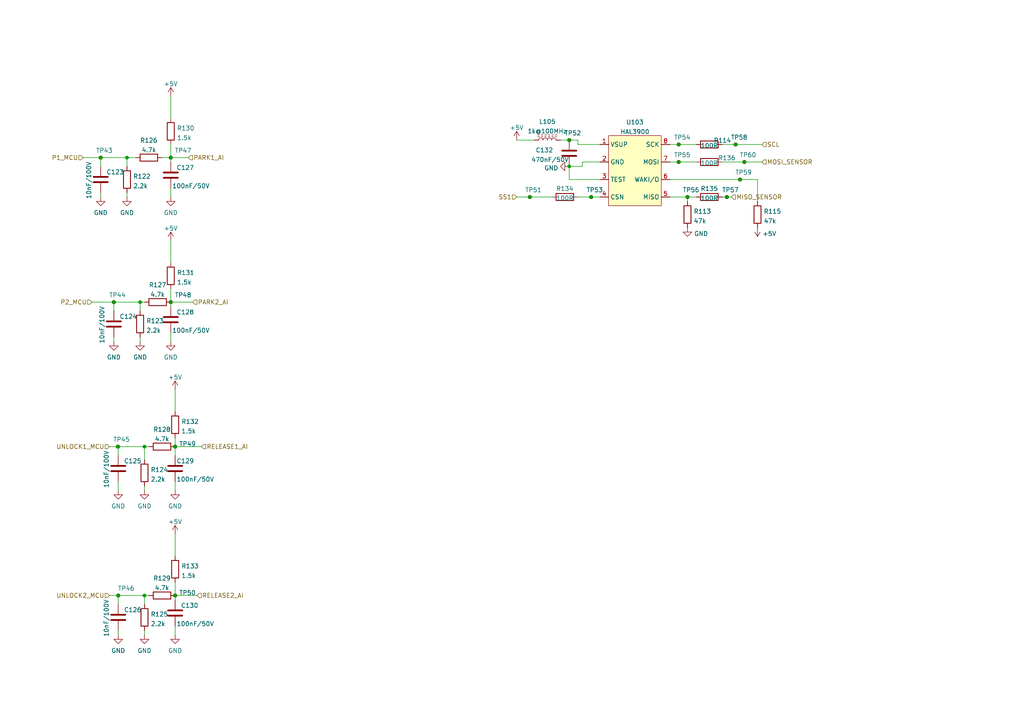
<source format=kicad_sch>
(kicad_sch (version 20211123) (generator eeschema)
  (paper "A4")
  (lib_symbols
    (symbol "C_2" (pin_numbers hide) (pin_names (offset 0.254))
      (property "Reference" "C" (at 0.635 2.54 0))
      (property "Value" "C_2" (at 0.635 -2.54 0))
      (symbol "C_2_0_1"
        (polyline (pts (xy -2.032 -0.762) (xy 2.032 -0.762)) (stroke (width 0.508)))
        (polyline (pts (xy -2.032 0.762) (xy 2.032 0.762)) (stroke (width 0.508)))
      )
      (symbol "C_2_1_1"
        (pin passive line (at 0 3.81 270) (length 2.794) (name "~") (number "1"))
        (pin passive line (at 0 -3.81 90) (length 2.794) (name "~") (number "2"))
      )
    )
    (symbol "C_7" (pin_numbers hide) (pin_names (offset 0.254))
      (property "Reference" "C" (at 0.635 2.54 0))
      (property "Value" "C_7" (at 0.635 -2.54 0))
      (symbol "C_7_0_1"
        (polyline (pts (xy -2.032 -0.762) (xy 2.032 -0.762)) (stroke (width 0.508)))
        (polyline (pts (xy -2.032 0.762) (xy 2.032 0.762)) (stroke (width 0.508)))
      )
      (symbol "C_7_1_1"
        (pin passive line (at 0 3.81 270) (length 2.794) (name "~") (number "1"))
        (pin passive line (at 0 -3.81 90) (length 2.794) (name "~") (number "2"))
      )
    )
    (symbol "C_9" (pin_numbers hide) (pin_names (offset 0.254))
      (property "Reference" "C" (at 0.635 2.54 0))
      (property "Value" "C_9" (at 0.635 -2.54 0))
      (symbol "C_9_0_1"
        (polyline (pts (xy -2.032 -0.762) (xy 2.032 -0.762)) (stroke (width 0.508)))
        (polyline (pts (xy -2.032 0.762) (xy 2.032 0.762)) (stroke (width 0.508)))
      )
      (symbol "C_9_1_1"
        (pin passive line (at 0 3.81 270) (length 2.794) (name "~") (number "1"))
        (pin passive line (at 0 -3.81 90) (length 2.794) (name "~") (number "2"))
      )
    )
    (symbol "Connector:TestPoint_Small" (pin_numbers hide) (pin_names (offset 0.762) hide)
      (property "Reference" "TP" (at 0 3.81 0))
      (property "Value" "TestPoint_Small" (at 0 2.032 0))
      (symbol "TestPoint_Small_0_1"
        (circle (center 0 0) (radius 0.508))
      )
      (symbol "TestPoint_Small_1_1"
        (pin passive line (at 0 0 90) (length 0) (name "1") (number "1"))
      )
    )
    (symbol "Device:L_Ferrite" (pin_numbers hide) (pin_names (offset 1.016) hide)
      (property "Reference" "L" (at -1.27 0 90))
      (property "Value" "L_Ferrite" (at 2.794 0 90))
      (symbol "L_Ferrite_0_1"
        (arc (start 0 -2.54) (mid 0.635 -1.905) (end 0 -1.27))
        (arc (start 0 -1.27) (mid 0.635 -0.635) (end 0 0))
        (polyline (pts (xy 1.016 -2.794) (xy 1.016 -2.286)))
        (polyline (pts (xy 1.016 -1.778) (xy 1.016 -1.27)))
        (polyline (pts (xy 1.016 -0.762) (xy 1.016 -0.254)))
        (polyline (pts (xy 1.016 0.254) (xy 1.016 0.762)))
        (polyline (pts (xy 1.016 1.27) (xy 1.016 1.778)))
        (polyline (pts (xy 1.016 2.286) (xy 1.016 2.794)))
        (polyline (pts (xy 1.524 -2.286) (xy 1.524 -2.794)))
        (polyline (pts (xy 1.524 -1.27) (xy 1.524 -1.778)))
        (polyline (pts (xy 1.524 -0.254) (xy 1.524 -0.762)))
        (polyline (pts (xy 1.524 0.762) (xy 1.524 0.254)))
        (polyline (pts (xy 1.524 1.778) (xy 1.524 1.27)))
        (polyline (pts (xy 1.524 2.794) (xy 1.524 2.286)))
        (arc (start 0 0) (mid 0.635 0.635) (end 0 1.27))
        (arc (start 0 1.27) (mid 0.635 1.905) (end 0 2.54))
      )
      (symbol "L_Ferrite_1_1"
        (pin passive line (at 0 3.81 270) (length 1.27) (name "1") (number "1"))
        (pin passive line (at 0 -3.81 90) (length 1.27) (name "2") (number "2"))
      )
    )
    (symbol "Device:R" (pin_numbers hide) (pin_names (offset 0))
      (property "Reference" "R" (at 2.032 0 90))
      (property "Value" "R" (at 0 0 90))
      (symbol "R_0_1"
        (rectangle (start -1.016 -2.54) (end 1.016 2.54) (stroke (width 0.254)))
      )
      (symbol "R_1_1"
        (pin passive line (at 0 3.81 270) (length 1.27) (name "~") (number "1"))
        (pin passive line (at 0 -3.81 90) (length 1.27) (name "~") (number "2"))
      )
    )
    (symbol "GODPP:HAL3900"
      (property "Reference" "U" (at -5.08 -13.97 0))
      (property "Value" "HAL3900" (at 1.27 8.89 0))
      (symbol "HAL3900_0_1"
        (rectangle (start -6.35 7.62) (end 8.89 -12.7) (stroke (width 0.1524)) (fill (type background)))
      )
      (symbol "HAL3900_1_1"
        (pin input line (at -8.89 5.08 0) (length 2.54) (name "VSUP") (number "1"))
        (pin input line (at -8.89 0 0) (length 2.54) (name "GND") (number "2"))
        (pin input line (at -8.89 -5.08 0) (length 2.54) (name "TEST") (number "3"))
        (pin input line (at -8.89 -10.16 0) (length 2.54) (name "CSN") (number "4"))
        (pin input line (at 11.43 -10.16 180) (length 2.54) (name "MISO") (number "5"))
        (pin input line (at 11.43 -5.08 180) (length 2.54) (name "WAKI/O") (number "6"))
        (pin input line (at 11.43 0 180) (length 2.54) (name "MOSI") (number "7"))
        (pin input line (at 11.43 5.08 180) (length 2.54) (name "SCK") (number "8"))
      )
    )
    (symbol "power:+5V" (power) (pin_names (offset 0))
      (property "Value" "+5V" (at 0 3.556 0))
      (symbol "+5V_0_1"
        (polyline (pts (xy -0.762 1.27) (xy 0 2.54)))
        (polyline (pts (xy 0 0) (xy 0 2.54)))
        (polyline (pts (xy 0 2.54) (xy 0.762 1.27)))
      )
      (symbol "+5V_1_1"
        (pin power_in line (at 0 0 90) (length 0) hide (name "+5V") (number "1"))
      )
    )
    (symbol "power:GND" (power) (pin_names (offset 0))
      (property "Value" "GND" (at 0 -3.81 0))
      (symbol "GND_0_1"
        (polyline (pts (xy 0 0) (xy 0 -1.27) (xy 1.27 -1.27) (xy 0 -2.54) (xy -1.27 -1.27) (xy 0 -1.27)))
      )
      (symbol "GND_1_1"
        (pin power_in line (at 0 0 270) (length 0) hide (name "GND") (number "1"))
      )
    )
  )
  (junction (at 213.36 41.91))
  (junction (at 50.8 172.72))
  (junction (at 165.1 48.26))
  (junction (at 29.21 45.72))
  (junction (at 49.53 87.63))
  (junction (at 153.67 57.15))
  (junction (at 199.39 57.15))
  (junction (at 210.82 57.15))
  (junction (at 171.45 57.15))
  (junction (at 34.29 172.72))
  (junction (at 196.85 41.91))
  (junction (at 214.63 52.07))
  (junction (at 36.83 45.72))
  (junction (at 215.9 46.99))
  (junction (at 41.91 172.72))
  (junction (at 196.85 46.99))
  (junction (at 40.64 87.63))
  (junction (at 165.1 40.64))
  (junction (at 49.53 45.72))
  (junction (at 50.8 129.54))
  (junction (at 33.02 87.63))
  (junction (at 34.29 129.54))
  (junction (at 41.91 129.54))
  (junction (at 34.1921 129.54))
  (wire (pts (xy 24.13 45.72) (xy 29.21 45.72)))
  (wire (pts (xy 209.55 41.91) (xy 213.36 41.91)))
  (wire (pts (xy 213.36 41.91) (xy 220.98 41.91)))
  (wire (pts (xy 167.64 57.15) (xy 171.45 57.15)))
  (wire (pts (xy 50.8 113.03) (xy 50.8 119.38)))
  (wire (pts (xy 36.83 55.88) (xy 36.83 57.15)))
  (wire (pts (xy 194.31 52.07) (xy 214.63 52.07)))
  (wire (pts (xy 214.63 52.07) (xy 219.71 52.07)))
  (wire (pts (xy 219.71 52.07) (xy 219.71 58.42)))
  (wire (pts (xy 50.8 172.72) (xy 57.15 172.72)))
  (wire (pts (xy 34.29 175.26) (xy 34.29 172.72)))
  (wire (pts (xy 34.29 139.7) (xy 34.29 142.24)))
  (wire (pts (xy 40.64 97.79) (xy 40.64 99.06)))
  (wire (pts (xy 165.1 52.07) (xy 165.1 48.26)))
  (wire (pts (xy 173.99 52.07) (xy 165.1 52.07)))
  (wire (pts (xy 33.02 97.79) (xy 33.02 99.06)))
  (wire (pts (xy 41.91 129.54) (xy 43.18 129.54)))
  (wire (pts (xy 50.8 127) (xy 50.8 129.54)))
  (wire (pts (xy 50.8 129.54) (xy 50.8 132.08)))
  (wire (pts (xy 49.53 27.94) (xy 49.53 34.29)))
  (wire (pts (xy 50.8 139.7) (xy 50.8 142.24)))
  (wire (pts (xy 149.86 57.15) (xy 153.67 57.15)))
  (wire (pts (xy 165.1 48.26) (xy 168.91 48.26)))
  (wire (pts (xy 168.91 46.99) (xy 173.99 46.99)))
  (wire (pts (xy 168.91 48.26) (xy 168.91 46.99)))
  (wire (pts (xy 40.64 87.63) (xy 40.64 90.17)))
  (wire (pts (xy 41.91 172.72) (xy 41.91 175.26)))
  (wire (pts (xy 49.53 96.52) (xy 49.53 99.06)))
  (wire (pts (xy 49.53 45.72) (xy 54.61 45.72)))
  (wire (pts (xy 194.31 46.99) (xy 196.85 46.99)))
  (wire (pts (xy 196.85 46.99) (xy 201.93 46.99)))
  (wire (pts (xy 210.82 57.15) (xy 209.55 57.15)))
  (wire (pts (xy 212.09 57.15) (xy 210.82 57.15)))
  (wire (pts (xy 31.75 129.54) (xy 34.1921 129.54)))
  (wire (pts (xy 34.1921 129.54) (xy 34.29 129.54)))
  (wire (pts (xy 34.29 129.54) (xy 41.91 129.54)))
  (wire (pts (xy 34.29 132.08) (xy 34.29 129.54)))
  (wire (pts (xy 31.75 172.72) (xy 34.29 172.72)))
  (wire (pts (xy 49.53 83.82) (xy 49.53 87.63)))
  (wire (pts (xy 49.53 87.63) (xy 49.53 88.9)))
  (wire (pts (xy 153.67 57.15) (xy 160.02 57.15)))
  (wire (pts (xy 34.29 182.88) (xy 34.29 184.15)))
  (wire (pts (xy 194.31 41.91) (xy 196.85 41.91)))
  (wire (pts (xy 196.85 41.91) (xy 201.93 41.91)))
  (wire (pts (xy 36.83 45.72) (xy 39.37 45.72)))
  (wire (pts (xy 165.1 40.64) (xy 167.64 40.64)))
  (wire (pts (xy 167.64 40.64) (xy 167.64 41.91)))
  (wire (pts (xy 167.64 41.91) (xy 173.99 41.91)))
  (wire (pts (xy 49.53 87.63) (xy 55.88 87.63)))
  (wire (pts (xy 29.21 55.88) (xy 29.21 57.15)))
  (wire (pts (xy 50.8 181.61) (xy 50.8 184.15)))
  (wire (pts (xy 36.83 45.72) (xy 36.83 48.26)))
  (wire (pts (xy 34.29 172.72) (xy 41.91 172.72)))
  (wire (pts (xy 33.02 90.17) (xy 33.02 87.63)))
  (wire (pts (xy 50.8 168.91) (xy 50.8 172.72)))
  (wire (pts (xy 50.8 172.72) (xy 50.8 173.99)))
  (wire (pts (xy 49.53 54.61) (xy 49.53 57.15)))
  (wire (pts (xy 149.86 40.64) (xy 154.94 40.64)))
  (wire (pts (xy 26.67 87.63) (xy 33.02 87.63)))
  (wire (pts (xy 40.64 87.63) (xy 41.91 87.63)))
  (wire (pts (xy 171.45 57.15) (xy 173.99 57.15)))
  (wire (pts (xy 49.53 41.91) (xy 49.53 45.72)))
  (wire (pts (xy 49.53 45.72) (xy 49.53 46.99)))
  (wire (pts (xy 46.99 45.72) (xy 49.53 45.72)))
  (wire (pts (xy 199.39 57.15) (xy 201.93 57.15)))
  (wire (pts (xy 41.91 172.72) (xy 43.18 172.72)))
  (wire (pts (xy 209.55 46.99) (xy 215.9 46.99)))
  (wire (pts (xy 215.9 46.99) (xy 220.98 46.99)))
  (wire (pts (xy 162.56 40.64) (xy 165.1 40.64)))
  (wire (pts (xy 29.21 45.72) (xy 36.83 45.72)))
  (wire (pts (xy 29.21 48.26) (xy 29.21 45.72)))
  (wire (pts (xy 49.53 69.85) (xy 49.53 76.2)))
  (wire (pts (xy 50.8 154.94) (xy 50.8 161.29)))
  (wire (pts (xy 41.91 129.54) (xy 41.91 133.35)))
  (wire (pts (xy 41.91 182.88) (xy 41.91 184.15)))
  (wire (pts (xy 194.31 57.15) (xy 199.39 57.15)))
  (wire (pts (xy 199.39 57.15) (xy 199.39 58.42)))
  (wire (pts (xy 41.91 140.97) (xy 41.91 142.24)))
  (wire (pts (xy 33.02 87.63) (xy 40.64 87.63)))
  (wire (pts (xy 50.8 129.54) (xy 58.42 129.54)))
  (hierarchical_label "P1_MCU" (shape input) (at 24.13 45.72 180))
  (hierarchical_label "P2_MCU" (shape input) (at 26.67 87.63 180))
  (hierarchical_label "UNLOCK2_MCU" (shape input) (at 31.75 172.72 180))
  (hierarchical_label "SCL" (shape input) (at 220.98 41.91 0))
  (hierarchical_label "RELEASE2_AI" (shape input) (at 57.15 172.72 0))
  (hierarchical_label "MOSI_SENSOR" (shape input) (at 220.98 46.99 0))
  (hierarchical_label "PARK1_AI" (shape input) (at 54.61 45.72 0))
  (hierarchical_label "SS1" (shape input) (at 149.86 57.15 180))
  (hierarchical_label "UNLOCK1_MCU" (shape input) (at 31.75 129.54 180))
  (hierarchical_label "MISO_SENSOR" (shape input) (at 212.09 57.15 0))
  (hierarchical_label "RELEASE1_AI" (shape input) (at 58.42 129.54 0))
  (hierarchical_label "PARK2_AI" (shape input) (at 55.88 87.63 0))
  (symbol (lib_id "power:+5V") (at 149.86 40.64 0) (unit 1)
    (property "Reference" "#PWR0149" (effects hide))
    (property "Value" "+5V" (at 149.86 37.0355 0))
  )
  (symbol (lib_name "C_7") (lib_id "Device:C") (at 49.53 92.71 0) (unit 1)
    (property "Reference" "C128" (at 51.181 90.5315 0) (effects (justify left)))
    (property "Value" "100nF/50V" (at 49.911 95.8466 0) (effects (justify left)))
    (property "Footprint" "Capacitor_SMD:C_0603_1608Metric" (effects hide))
    (property "Manufacturer Product Number" " AC0603KRX7R9BB104" (effects hide))
    (property "Manufacturer" "YAGEO" (effects hide))
    (property "Description" "CAP CER 100nF 50V X7R 0603" (effects hide))
    (property "Descriptions" "CAP CER 100nF 50V X7R 0603" (effects hide))
  )
  (symbol (lib_id "power:GND") (at 36.83 57.15 0) (unit 1)
    (property "Reference" "#PWR0135" (effects hide))
    (property "Value" "GND" (at 36.83 61.7124 0))
  )
  (symbol (lib_id "Device:R") (at 205.74 57.15 90) (unit 1)
    (property "Reference" "R135" (at 205.74 54.7075 90))
    (property "Value" "100R" (at 205.74 57.4826 90))
    (property "Footprint" "Resistor_SMD:R_0603_1608Metric" (effects hide))
    (property "Manufacturer" "RESI(开步睿思)" (effects hide))
    (property "Description" "RES 100R 1% 1/10W 0603" (effects hide))
    (property "Manufacturer Product Number" "AECR0603F100RK9" (effects hide))
    (property "Descriptions" "RES 100R 1% 1/10W 0603" (effects hide))
  )
  (symbol (lib_id "Connector:TestPoint_Small") (at 165.1 40.64 180) (unit 1)
    (property "Reference" "TP52" (at 163.703 38.579 0) (effects (justify right)))
    (property "Value" "TestPoint_Small" (effects hide))
    (property "Footprint" "TestPoint:TestPoint_Pad_D1.0mm" (effects hide))
  )
  (symbol (lib_id "power:GND") (at 40.64 99.06 0) (unit 1)
    (property "Reference" "#PWR0136" (effects hide))
    (property "Value" "GND" (at 40.64 103.6224 0))
  )
  (symbol (lib_id "Device:R") (at 205.74 46.99 90) (unit 1)
    (property "Reference" "R136" (at 210.82 45.8175 90))
    (property "Value" "100R" (at 205.74 47.3226 90))
    (property "Footprint" "Resistor_SMD:R_0603_1608Metric" (effects hide))
    (property "Manufacturer" "RESI(开步睿思)" (effects hide))
    (property "Description" "RES 100R 1% 1/10W 0603" (effects hide))
    (property "Manufacturer Product Number" "AECR0603F100RK9" (effects hide))
    (property "Descriptions" "RES 100R 1% 1/10W 0603" (effects hide))
  )
  (symbol (lib_id "power:GND") (at 49.53 99.06 0) (unit 1)
    (property "Reference" "#PWR0142" (effects hide))
    (property "Value" "GND" (at 49.53 103.6224 0))
  )
  (symbol (lib_id "Device:R") (at 219.71 62.23 180) (unit 1)
    (property "Reference" "R115" (at 221.488 61.3215 0) (effects (justify right)))
    (property "Value" "47k" (at 221.488 64.0966 0) (effects (justify right)))
    (property "Footprint" "Resistor_SMD:R_0603_1608Metric" (effects hide))
    (property "Manufacturer" "RESI(开步睿思)" (effects hide))
    (property "Description" "RES 47k 1% 1/10W 0603" (effects hide))
    (property "Manufacturer Product Number" "AECR0603F47K0K9" (effects hide))
    (property "Descriptions" "RES 47k 1% 1/10W 0603" (effects hide))
  )
  (symbol (lib_name "C_2") (lib_id "Device:C") (at 34.29 135.89 0) (unit 1)
    (property "Reference" "C125" (at 35.941 133.7115 0) (effects (justify left)))
    (property "Value" "10nF/100V" (at 30.861 141.5666 90) (effects (justify left)))
    (property "Footprint" "Capacitor_SMD:C_0603_1608Metric" (effects hide))
    (property "Manufacturer Product Number" "AC0603KRX7R0BB103" (effects hide))
    (property "Manufacturer" "YAGEO" (effects hide))
    (property "Description" "CAP CER 10nF 100V X7R 0603" (effects hide))
    (property "Descriptions" "CAP CER 10nF 100V X7R 0603" (effects hide))
  )
  (symbol (lib_name "C_2") (lib_id "Device:C") (at 33.02 93.98 0) (unit 1)
    (property "Reference" "C124" (at 34.671 91.8015 0) (effects (justify left)))
    (property "Value" "10nF/100V" (at 29.591 99.6566 90) (effects (justify left)))
    (property "Footprint" "Capacitor_SMD:C_0603_1608Metric" (effects hide))
    (property "Manufacturer Product Number" "AC0603KRX7R0BB103" (effects hide))
    (property "Manufacturer" "YAGEO" (effects hide))
    (property "Description" "CAP CER 10nF 100V X7R 0603" (effects hide))
    (property "Descriptions" "CAP CER 10nF 100V X7R 0603" (effects hide))
  )
  (symbol (lib_id "Connector:TestPoint_Small") (at 29.21 45.72 180) (unit 1)
    (property "Reference" "TP43" (at 27.813 43.659 0) (effects (justify right)))
    (property "Value" "TestPoint_Small" (effects hide))
    (property "Footprint" "TestPoint:TestPoint_Pad_D1.0mm" (effects hide))
  )
  (symbol (lib_id "Connector:TestPoint_Small") (at 50.8 172.72 180) (unit 1)
    (property "Reference" "TP50" (at 51.943 171.929 0) (effects (justify right)))
    (property "Value" "TestPoint_Small" (effects hide))
    (property "Footprint" "TestPoint:TestPoint_Pad_D1.0mm" (effects hide))
  )
  (symbol (lib_id "power:GND") (at 34.29 142.24 0) (unit 1)
    (property "Reference" "#PWR0133" (effects hide))
    (property "Value" "GND" (at 34.29 146.8024 0))
  )
  (symbol (lib_id "Connector:TestPoint_Small") (at 210.82 57.15 180) (unit 1)
    (property "Reference" "TP57" (at 209.423 55.089 0) (effects (justify right)))
    (property "Value" "TestPoint_Small" (effects hide))
    (property "Footprint" "TestPoint:TestPoint_Pad_D1.0mm" (effects hide))
  )
  (symbol (lib_id "power:+5V") (at 219.71 66.04 180) (unit 1)
    (property "Reference" "#PWR0148" (effects hide))
    (property "Value" "+5V" (at 221.107 67.7889 0) (effects (justify right)))
  )
  (symbol (lib_id "Connector:TestPoint_Small") (at 196.85 46.99 180) (unit 1)
    (property "Reference" "TP55" (at 195.453 44.929 0) (effects (justify right)))
    (property "Value" "TestPoint_Small" (effects hide))
    (property "Footprint" "TestPoint:TestPoint_Pad_D1.0mm" (effects hide))
  )
  (symbol (lib_id "power:+5V") (at 49.53 69.85 0) (unit 1)
    (property "Reference" "#PWR0141" (effects hide))
    (property "Value" "+5V" (at 49.53 66.2455 0))
  )
  (symbol (lib_id "Connector:TestPoint_Small") (at 49.53 87.63 180) (unit 1)
    (property "Reference" "TP48" (at 50.673 85.569 0) (effects (justify right)))
    (property "Value" "TestPoint_Small" (effects hide))
    (property "Footprint" "TestPoint:TestPoint_Pad_D1.0mm" (effects hide))
  )
  (symbol (lib_id "Device:R") (at 41.91 137.16 0) (unit 1)
    (property "Reference" "R124" (at 43.688 136.2515 0) (effects (justify left)))
    (property "Value" "2.2k" (at 43.688 139.0266 0) (effects (justify left)))
    (property "Footprint" "Resistor_SMD:R_0603_1608Metric" (effects hide))
    (property "Manufacturer" "RESI(开步睿思)" (effects hide))
    (property "Description" "RES 2.2k 1% 1/10W 0603" (effects hide))
    (property "Manufacturer Product Number" "AECR0603F2K20K9" (effects hide))
    (property "Descriptions" "RES 2.2k 1% 1/10W 0603" (effects hide))
  )
  (symbol (lib_id "power:+5V") (at 50.8 113.03 0) (unit 1)
    (property "Reference" "#PWR0143" (effects hide))
    (property "Value" "+5V" (at 50.8 109.4255 0))
  )
  (symbol (lib_id "Device:R") (at 163.83 57.15 90) (unit 1)
    (property "Reference" "R134" (at 163.83 54.7075 90))
    (property "Value" "100R" (at 163.83 57.4826 90))
    (property "Footprint" "Resistor_SMD:R_0603_1608Metric" (effects hide))
    (property "Manufacturer" "RESI(开步睿思)" (effects hide))
    (property "Description" "RES 100R 1% 1/10W 0603" (effects hide))
    (property "Manufacturer Product Number" "AECR0603F100RK9" (effects hide))
    (property "Descriptions" "RES 100R 1% 1/10W 0603" (effects hide))
  )
  (symbol (lib_id "Device:R") (at 46.99 172.72 90) (unit 1)
    (property "Reference" "R129" (at 46.99 167.7375 90))
    (property "Value" "4.7k" (at 46.99 170.5126 90))
    (property "Footprint" "Resistor_SMD:R_0603_1608Metric" (effects hide))
    (property "Manufacturer" "RESI(开步睿思)" (effects hide))
    (property "Description" "RES 4.7k 1% 1/10W 0603" (effects hide))
    (property "Manufacturer Product Number" "AECR0603F2K20K9" (effects hide))
    (property "Descriptions" "RES 4.7k 1% 1/10W 0603" (effects hide))
  )
  (symbol (lib_id "Device:R") (at 49.53 80.01 0) (unit 1)
    (property "Reference" "R131" (at 51.308 79.1015 0) (effects (justify left)))
    (property "Value" "1.5k" (at 51.308 81.8766 0) (effects (justify left)))
    (property "Footprint" "Resistor_SMD:R_0805_2012Metric" (effects hide))
    (property "Manufacturer" "RESI(开步睿思)" (effects hide))
    (property "Description" "RES 1.5k 1% 1/8W 0805" (effects hide))
    (property "Manufacturer Product Number" "AECR0805F1K50K9" (effects hide))
    (property "Descriptions" "RES 1.5k 1% 1/8W 0805" (effects hide))
  )
  (symbol (lib_name "C_2") (lib_id "Device:C") (at 34.29 179.07 0) (unit 1)
    (property "Reference" "C126" (at 35.941 176.8915 0) (effects (justify left)))
    (property "Value" "10nF/100V" (at 30.861 184.7466 90) (effects (justify left)))
    (property "Footprint" "Capacitor_SMD:C_0603_1608Metric" (effects hide))
    (property "Manufacturer Product Number" "AC0603KRX7R0BB103" (effects hide))
    (property "Manufacturer" "YAGEO" (effects hide))
    (property "Description" "CAP CER 10nF 100V X7R 0603" (effects hide))
    (property "Descriptions" "CAP CER 10nF 100V X7R 0603" (effects hide))
  )
  (symbol (lib_id "Connector:TestPoint_Small") (at 34.1921 129.54 180) (unit 1)
    (property "Reference" "TP45" (at 32.7951 127.479 0) (effects (justify right)))
    (property "Value" "TestPoint_Small" (effects hide))
    (property "Footprint" "TestPoint:TestPoint_Pad_D1.0mm" (effects hide))
  )
  (symbol (lib_id "Device:L_Ferrite") (at 158.75 40.64 90) (unit 1)
    (property "Reference" "L105" (at 158.75 35.2764 90))
    (property "Value" "1k@100MHz" (at 158.75 38.0515 90))
    (property "Footprint" "Resistor_SMD:R_0603_1608Metric" (effects hide))
    (property "Description" "FERRITEBEAD SMD AUTOMOTIVE POWER" (effects hide))
    (property "Manufacturer" "Murata Electronics" (effects hide))
    (property "Manufacturer Product Number" "BLM18RK102SN1D" (effects hide))
    (property "Descriptions" "FERRITEBEAD SMD AUTOMOTIVE POWER" (effects hide))
  )
  (symbol (lib_id "power:GND") (at 50.8 184.15 0) (unit 1)
    (property "Reference" "#PWR0146" (effects hide))
    (property "Value" "GND" (at 50.8 188.7124 0))
  )
  (symbol (lib_id "power:GND") (at 50.8 142.24 0) (unit 1)
    (property "Reference" "#PWR0144" (effects hide))
    (property "Value" "GND" (at 50.8 146.8024 0))
  )
  (symbol (lib_id "Device:R") (at 50.8 165.1 0) (unit 1)
    (property "Reference" "R133" (at 52.578 164.1915 0) (effects (justify left)))
    (property "Value" "1.5k" (at 52.578 166.9666 0) (effects (justify left)))
    (property "Footprint" "Resistor_SMD:R_0805_2012Metric" (effects hide))
    (property "Manufacturer" "RESI(开步睿思)" (effects hide))
    (property "Description" "RES 1.5k 1% 1/8W 0805" (effects hide))
    (property "Manufacturer Product Number" "AECR0805F1K50K9" (effects hide))
    (property "Descriptions" "RES 1.5k 1% 1/8W 0805" (effects hide))
  )
  (symbol (lib_name "C_7") (lib_id "Device:C") (at 50.8 135.89 0) (unit 1)
    (property "Reference" "C129" (at 51.181 133.7115 0) (effects (justify left)))
    (property "Value" "100nF/50V" (at 51.181 139.0266 0) (effects (justify left)))
    (property "Footprint" "Capacitor_SMD:C_0603_1608Metric" (effects hide))
    (property "Manufacturer Product Number" " AC0603KRX7R9BB104" (effects hide))
    (property "Manufacturer" "YAGEO" (effects hide))
    (property "Description" "CAP CER 100nF 50V X7R 0603" (effects hide))
    (property "Descriptions" "CAP CER 100nF 50V X7R 0603" (effects hide))
  )
  (symbol (lib_name "C_7") (lib_id "Device:C") (at 49.53 50.8 0) (unit 1)
    (property "Reference" "C127" (at 51.181 48.6215 0) (effects (justify left)))
    (property "Value" "100nF/50V" (at 49.911 53.9366 0) (effects (justify left)))
    (property "Footprint" "Capacitor_SMD:C_0603_1608Metric" (effects hide))
    (property "Manufacturer Product Number" " AC0603KRX7R9BB104" (effects hide))
    (property "Manufacturer" "YAGEO" (effects hide))
    (property "Description" "CAP CER 100nF 50V X7R 0603" (effects hide))
    (property "Descriptions" "CAP CER 100nF 50V X7R 0603" (effects hide))
  )
  (symbol (lib_name "C_9") (lib_id "Device:C") (at 165.1 44.45 180) (unit 1)
    (property "Reference" "C132" (at 155.321 43.5415 0) (effects (justify right)))
    (property "Value" "470nF/50V" (at 154.051 46.3166 0) (effects (justify right)))
    (property "Footprint" "Capacitor_SMD:C_0805_2012Metric" (effects hide))
    (property "Manufacturer Product Number" "CC0805KKX7R9BB474" (effects hide))
    (property "Manufacturer" "YAGEO" (effects hide))
    (property "Description" "CAP CER 470nF 50V X7R 0805" (effects hide))
    (property "Descriptions" "CAP CER 470nF 50V X7R 0805" (effects hide))
  )
  (symbol (lib_id "Device:R") (at 199.39 62.23 180) (unit 1)
    (property "Reference" "R113" (at 201.168 61.3215 0) (effects (justify right)))
    (property "Value" "47k" (at 201.168 64.0966 0) (effects (justify right)))
    (property "Footprint" "Resistor_SMD:R_0603_1608Metric" (effects hide))
    (property "Manufacturer" "RESI(开步睿思)" (effects hide))
    (property "Description" "RES 47k 1% 1/10W 0603" (effects hide))
    (property "Manufacturer Product Number" "AECR0603F47K0K9" (effects hide))
    (property "Descriptions" "RES 47k 1% 1/10W 0603" (effects hide))
  )
  (symbol (lib_id "Connector:TestPoint_Small") (at 215.9 46.99 180) (unit 1)
    (property "Reference" "TP60" (at 214.503 44.929 0) (effects (justify right)))
    (property "Value" "TestPoint_Small" (effects hide))
    (property "Footprint" "TestPoint:TestPoint_Pad_D1.0mm" (effects hide))
  )
  (symbol (lib_id "GODPP:HAL3900") (at 182.88 46.99 0) (unit 1)
    (property "Reference" "U103" (at 184.15 35.4543 0))
    (property "Value" "HAL3900" (at 184.15 38.2294 0))
    (property "Footprint" "Package_SO:SOIC-8_3.9x4.9mm_P1.27mm" (effects hide))
    (property "Description" "IC 3D HALL SENSOR SOIC-8" (effects hide))
    (property "Descriptions" "IC 3D HALL SENSOR SOIC-8" (effects hide))
    (property "Manufacturer" "TDK MICRONAS" (effects hide))
    (property "Manufacturer Product Number" "HAL3900" (effects hide))
  )
  (symbol (lib_id "power:GND") (at 34.29 184.15 0) (unit 1)
    (property "Reference" "#PWR0134" (effects hide))
    (property "Value" "GND" (at 34.29 188.7124 0))
  )
  (symbol (lib_id "Device:R") (at 205.74 41.91 90) (unit 1)
    (property "Reference" "R114" (at 209.55 40.7375 90))
    (property "Value" "100R" (at 205.74 42.2426 90))
    (property "Footprint" "Resistor_SMD:R_0603_1608Metric" (effects hide))
    (property "Manufacturer" "RESI(开步睿思)" (effects hide))
    (property "Description" "RES 100R 1% 1/10W 0603" (effects hide))
    (property "Manufacturer Product Number" "AECR0603F100RK9" (effects hide))
    (property "Descriptions" "RES 100R 1% 1/10W 0603" (effects hide))
  )
  (symbol (lib_id "Device:R") (at 40.64 93.98 0) (unit 1)
    (property "Reference" "R123" (at 42.418 93.0715 0) (effects (justify left)))
    (property "Value" "2.2k" (at 42.418 95.8466 0) (effects (justify left)))
    (property "Footprint" "Resistor_SMD:R_0603_1608Metric" (effects hide))
    (property "Manufacturer" "RESI(开步睿思)" (effects hide))
    (property "Description" "RES 2.2k 1% 1/10W 0603" (effects hide))
    (property "Manufacturer Product Number" "AECR0603F2K20K9" (effects hide))
    (property "Descriptions" "RES 2.2k 1% 1/10W 0603" (effects hide))
  )
  (symbol (lib_id "Device:R") (at 45.72 87.63 90) (unit 1)
    (property "Reference" "R127" (at 45.72 82.6475 90))
    (property "Value" "4.7k" (at 45.72 85.4226 90))
    (property "Footprint" "Resistor_SMD:R_0603_1608Metric" (effects hide))
    (property "Manufacturer" "RESI(开步睿思)" (effects hide))
    (property "Description" "RES 4.7k 1% 1/10W 0603" (effects hide))
    (property "Manufacturer Product Number" "AECR0603F2K20K9" (effects hide))
    (property "Descriptions" "RES 4.7k 1% 1/10W 0603" (effects hide))
  )
  (symbol (lib_id "Connector:TestPoint_Small") (at 199.39 57.15 180) (unit 1)
    (property "Reference" "TP56" (at 197.993 55.089 0) (effects (justify right)))
    (property "Value" "TestPoint_Small" (effects hide))
    (property "Footprint" "TestPoint:TestPoint_Pad_D1.0mm" (effects hide))
  )
  (symbol (lib_id "Device:R") (at 46.99 129.54 90) (unit 1)
    (property "Reference" "R128" (at 46.99 124.5575 90))
    (property "Value" "4.7k" (at 46.99 127.3326 90))
    (property "Footprint" "Resistor_SMD:R_0603_1608Metric" (effects hide))
    (property "Manufacturer" "RESI(开步睿思)" (effects hide))
    (property "Description" "RES 4.7k 1% 1/10W 0603" (effects hide))
    (property "Manufacturer Product Number" "AECR0603F2K20K9" (effects hide))
    (property "Descriptions" "RES 4.7k 1% 1/10W 0603" (effects hide))
  )
  (symbol (lib_id "power:GND") (at 165.1 48.26 270) (unit 1)
    (property "Reference" "#PWR0151" (effects hide))
    (property "Value" "GND" (at 161.925 48.739 90) (effects (justify right)))
  )
  (symbol (lib_id "Connector:TestPoint_Small") (at 171.45 57.15 180) (unit 1)
    (property "Reference" "TP53" (at 170.053 55.089 0) (effects (justify right)))
    (property "Value" "TestPoint_Small" (effects hide))
    (property "Footprint" "TestPoint:TestPoint_Pad_D1.0mm" (effects hide))
  )
  (symbol (lib_id "Connector:TestPoint_Small") (at 33.02 87.63 180) (unit 1)
    (property "Reference" "TP44" (at 31.623 85.569 0) (effects (justify right)))
    (property "Value" "TestPoint_Small" (effects hide))
    (property "Footprint" "TestPoint:TestPoint_Pad_D1.0mm" (effects hide))
  )
  (symbol (lib_id "Connector:TestPoint_Small") (at 196.85 41.91 180) (unit 1)
    (property "Reference" "TP54" (at 195.453 39.849 0) (effects (justify right)))
    (property "Value" "TestPoint_Small" (effects hide))
    (property "Footprint" "TestPoint:TestPoint_Pad_D1.0mm" (effects hide))
  )
  (symbol (lib_id "power:GND") (at 199.39 66.04 0) (unit 1)
    (property "Reference" "#PWR0147" (effects hide))
    (property "Value" "GND" (at 201.295 67.7889 0) (effects (justify left)))
  )
  (symbol (lib_name "C_2") (lib_id "Device:C") (at 29.21 52.07 0) (unit 1)
    (property "Reference" "C123" (at 30.861 49.8915 0) (effects (justify left)))
    (property "Value" "10nF/100V" (at 25.781 57.7466 90) (effects (justify left)))
    (property "Footprint" "Capacitor_SMD:C_0603_1608Metric" (effects hide))
    (property "Manufacturer Product Number" "AC0603KRX7R0BB103" (effects hide))
    (property "Manufacturer" "YAGEO" (effects hide))
    (property "Description" "CAP CER 10nF 100V X7R 0603" (effects hide))
    (property "Descriptions" "CAP CER 10nF 100V X7R 0603" (effects hide))
  )
  (symbol (lib_id "Connector:TestPoint_Small") (at 50.8 129.54 180) (unit 1)
    (property "Reference" "TP49" (at 51.943 128.749 0) (effects (justify right)))
    (property "Value" "TestPoint_Small" (effects hide))
    (property "Footprint" "TestPoint:TestPoint_Pad_D1.0mm" (effects hide))
  )
  (symbol (lib_id "power:+5V") (at 50.8 154.94 0) (unit 1)
    (property "Reference" "#PWR0145" (effects hide))
    (property "Value" "+5V" (at 50.8 151.3355 0))
  )
  (symbol (lib_id "Device:R") (at 36.83 52.07 0) (unit 1)
    (property "Reference" "R122" (at 38.608 51.1615 0) (effects (justify left)))
    (property "Value" "2.2k" (at 38.608 53.9366 0) (effects (justify left)))
    (property "Footprint" "Resistor_SMD:R_0603_1608Metric" (effects hide))
    (property "Manufacturer" "RESI(开步睿思)" (effects hide))
    (property "Description" "RES 2.2k 1% 1/10W 0603" (effects hide))
    (property "Manufacturer Product Number" "AECR0603F2K20K9" (effects hide))
    (property "Descriptions" "RES 2.2k 1% 1/10W 0603" (effects hide))
  )
  (symbol (lib_id "power:GND") (at 29.21 57.15 0) (unit 1)
    (property "Reference" "#PWR0131" (effects hide))
    (property "Value" "GND" (at 29.21 61.7124 0))
  )
  (symbol (lib_id "Connector:TestPoint_Small") (at 213.36 41.91 180) (unit 1)
    (property "Reference" "TP58" (at 211.963 39.849 0) (effects (justify right)))
    (property "Value" "TestPoint_Small" (effects hide))
    (property "Footprint" "TestPoint:TestPoint_Pad_D1.0mm" (effects hide))
  )
  (symbol (lib_id "Device:R") (at 50.8 123.19 0) (unit 1)
    (property "Reference" "R132" (at 52.578 122.2815 0) (effects (justify left)))
    (property "Value" "1.5k" (at 52.578 125.0566 0) (effects (justify left)))
    (property "Footprint" "Resistor_SMD:R_0805_2012Metric" (effects hide))
    (property "Manufacturer" "RESI(开步睿思)" (effects hide))
    (property "Description" "RES 1.5k 1% 1/8W 0805" (effects hide))
    (property "Manufacturer Product Number" "AECR0805F1K50K9" (effects hide))
    (property "Descriptions" "RES 1.5k 1% 1/8W 0805" (effects hide))
  )
  (symbol (lib_id "Device:R") (at 43.18 45.72 90) (unit 1)
    (property "Reference" "R126" (at 43.18 40.7375 90))
    (property "Value" "4.7k" (at 43.18 43.5126 90))
    (property "Footprint" "Resistor_SMD:R_0603_1608Metric" (effects hide))
    (property "Manufacturer" "RESI(开步睿思)" (effects hide))
    (property "Description" "RES 4.7k 1% 1/10W 0603" (effects hide))
    (property "Manufacturer Product Number" "AECR0603F2K20K9" (effects hide))
    (property "Descriptions" "RES 4.7k 1% 1/10W 0603" (effects hide))
  )
  (symbol (lib_id "Connector:TestPoint_Small") (at 214.63 52.07 180) (unit 1)
    (property "Reference" "TP59" (at 213.233 50.009 0) (effects (justify right)))
    (property "Value" "TestPoint_Small" (effects hide))
    (property "Footprint" "TestPoint:TestPoint_Pad_D1.0mm" (effects hide))
  )
  (symbol (lib_id "Device:R") (at 41.91 179.07 0) (unit 1)
    (property "Reference" "R125" (at 43.688 178.1615 0) (effects (justify left)))
    (property "Value" "2.2k" (at 43.688 180.9366 0) (effects (justify left)))
    (property "Footprint" "Resistor_SMD:R_0603_1608Metric" (effects hide))
    (property "Manufacturer" "RESI(开步睿思)" (effects hide))
    (property "Description" "RES 2.2k 1% 1/10W 0603" (effects hide))
    (property "Manufacturer Product Number" "AECR0603F2K20K9" (effects hide))
    (property "Descriptions" "RES 2.2k 1% 1/10W 0603" (effects hide))
  )
  (symbol (lib_id "Connector:TestPoint_Small") (at 49.53 45.72 180) (unit 1)
    (property "Reference" "TP47" (at 50.673 43.659 0) (effects (justify right)))
    (property "Value" "TestPoint_Small" (effects hide))
    (property "Footprint" "TestPoint:TestPoint_Pad_D1.0mm" (effects hide))
  )
  (symbol (lib_id "Device:R") (at 49.53 38.1 0) (unit 1)
    (property "Reference" "R130" (at 51.308 37.1915 0) (effects (justify left)))
    (property "Value" "1.5k" (at 51.308 39.9666 0) (effects (justify left)))
    (property "Footprint" "Resistor_SMD:R_0805_2012Metric" (effects hide))
    (property "Manufacturer" "RESI(开步睿思)" (effects hide))
    (property "Description" "RES 1.5k 1% 1/8W 0805" (effects hide))
    (property "Manufacturer Product Number" "AECR0805F1K50K9" (effects hide))
    (property "Descriptions" "RES 1.5k 1% 1/8W 0805" (effects hide))
  )
  (symbol (lib_id "power:GND") (at 49.53 57.15 0) (unit 1)
    (property "Reference" "#PWR0140" (effects hide))
    (property "Value" "GND" (at 49.53 61.7124 0))
  )
  (symbol (lib_id "power:GND") (at 41.91 142.24 0) (unit 1)
    (property "Reference" "#PWR0137" (effects hide))
    (property "Value" "GND" (at 41.91 146.8024 0))
  )
  (symbol (lib_id "Connector:TestPoint_Small") (at 34.29 172.72 180) (unit 1)
    (property "Reference" "TP46" (at 34.163 170.659 0) (effects (justify right)))
    (property "Value" "TestPoint_Small" (effects hide))
    (property "Footprint" "TestPoint:TestPoint_Pad_D1.0mm" (effects hide))
  )
  (symbol (lib_name "C_7") (lib_id "Device:C") (at 50.8 177.8 0) (unit 1)
    (property "Reference" "C130" (at 52.451 175.6215 0) (effects (justify left)))
    (property "Value" "100nF/50V" (at 51.181 180.9366 0) (effects (justify left)))
    (property "Footprint" "Capacitor_SMD:C_0603_1608Metric" (effects hide))
    (property "Manufacturer Product Number" " AC0603KRX7R9BB104" (effects hide))
    (property "Manufacturer" "YAGEO" (effects hide))
    (property "Description" "CAP CER 100nF 50V X7R 0603" (effects hide))
    (property "Descriptions" "CAP CER 100nF 50V X7R 0603" (effects hide))
  )
  (symbol (lib_id "power:GND") (at 41.91 184.15 0) (unit 1)
    (property "Reference" "#PWR0138" (effects hide))
    (property "Value" "GND" (at 41.91 188.7124 0))
  )
  (symbol (lib_id "Connector:TestPoint_Small") (at 153.67 57.15 180) (unit 1)
    (property "Reference" "TP51" (at 152.273 55.089 0) (effects (justify right)))
    (property "Value" "TestPoint_Small" (effects hide))
    (property "Footprint" "TestPoint:TestPoint_Pad_D1.0mm" (effects hide))
  )
  (symbol (lib_id "power:+5V") (at 49.53 27.94 0) (unit 1)
    (property "Reference" "#PWR0139" (effects hide))
    (property "Value" "+5V" (at 49.53 24.3355 0))
  )
  (symbol (lib_id "power:GND") (at 33.02 99.06 0) (unit 1)
    (property "Reference" "#PWR0132" (effects hide))
    (property "Value" "GND" (at 33.02 103.6224 0))
  )
)
</source>
